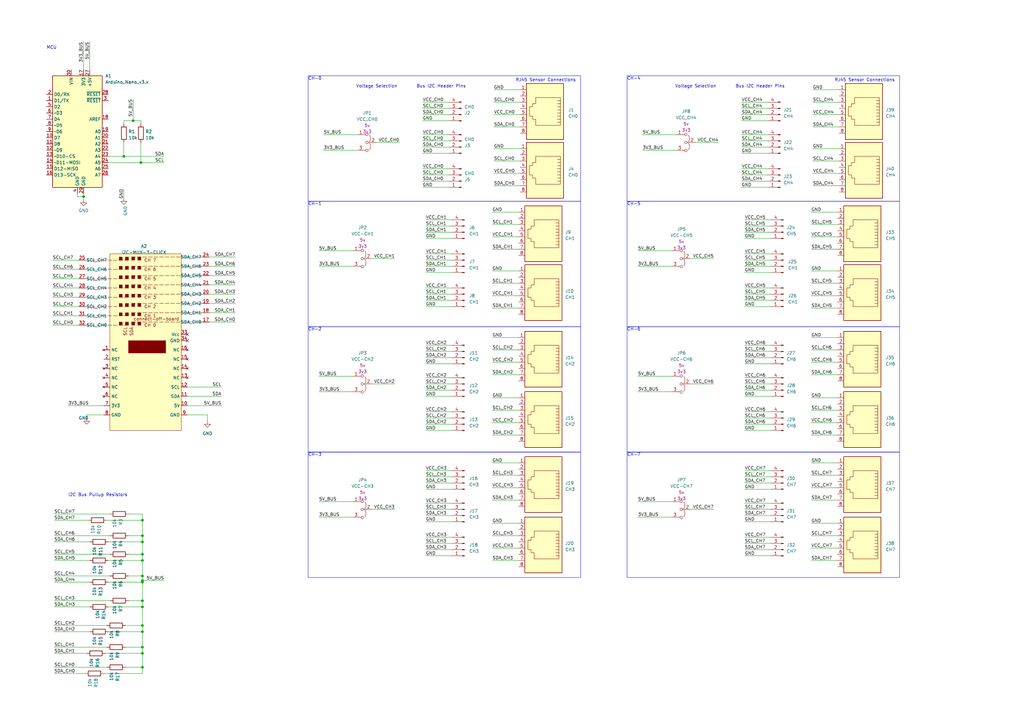
<source format=kicad_sch>
(kicad_sch (version 20230121) (generator eeschema)
  (paper "A3")
  (junction (at 58.42 273.685))
  (junction (at 58.42 229.87))
  (junction (at 58.42 219.71))
  (junction (at 57.785 66.675))
  (junction (at 58.42 238.76))
  (junction (at 50.8 64.135))
  (junction (at 58.42 246.38))
  (junction (at 58.42 248.92))
  (junction (at 34.29 80.645))
  (junction (at 58.42 227.33))
  (junction (at 58.42 267.97))
  (junction (at 58.42 259.08))
  (junction (at 58.42 238.125))
  (junction (at 54.61 49.53))
  (junction (at 58.42 256.54))
  (junction (at 58.42 222.25))
  (junction (at 58.42 213.36))
  (junction (at 58.42 236.22))
  (junction (at 58.42 265.43))
  (no_connect (at 76.835 137.16))
  (no_connect (at 76.835 139.7))
  (wire (pts (xy 76.835 170.18) (xy 85.09 170.18)))
  (wire (pts (xy 58.42 213.36) (xy 43.815 213.36)))
  (wire (pts (xy 202.565 71.12) (xy 213.36 71.12)))
  (wire (pts (xy 173.355 46.99) (xy 184.15 46.99)))
  (wire (pts (xy 58.42 238.76) (xy 58.42 238.125)))
  (wire (pts (xy 174.625 123.19) (xy 185.42 123.19)))
  (wire (pts (xy 305.435 95.25) (xy 316.23 95.25)))
  (wire (pts (xy 58.42 259.08) (xy 58.42 265.43)))
  (wire (pts (xy 201.93 229.87) (xy 212.725 229.87)))
  (wire (pts (xy 332.74 92.075) (xy 343.535 92.075)))
  (wire (pts (xy 58.42 246.38) (xy 52.705 246.38)))
  (wire (pts (xy 283.21 157.48) (xy 292.735 157.48)))
  (wire (pts (xy 305.435 118.11) (xy 316.23 118.11)))
  (wire (pts (xy 58.42 256.54) (xy 51.435 256.54)))
  (wire (pts (xy 173.355 55.245) (xy 184.15 55.245)))
  (wire (pts (xy 305.435 141.605) (xy 316.23 141.605)))
  (wire (pts (xy 22.225 246.38) (xy 45.085 246.38)))
  (wire (pts (xy 174.625 225.425) (xy 185.42 225.425)))
  (wire (pts (xy 202.565 52.07) (xy 213.36 52.07)))
  (wire (pts (xy 22.225 273.685) (xy 43.815 273.685)))
  (wire (pts (xy 304.165 41.91) (xy 314.96 41.91)))
  (wire (pts (xy 152.4 157.48) (xy 161.925 157.48)))
  (wire (pts (xy 22.225 276.225) (xy 34.925 276.225)))
  (wire (pts (xy 96.52 132.08) (xy 85.725 132.08)))
  (wire (pts (xy 333.375 46.99) (xy 344.17 46.99)))
  (wire (pts (xy 22.225 267.97) (xy 35.56 267.97)))
  (wire (pts (xy 305.435 92.71) (xy 316.23 92.71)))
  (wire (pts (xy 305.435 168.91) (xy 316.23 168.91)))
  (wire (pts (xy 58.42 259.08) (xy 44.45 259.08)))
  (wire (pts (xy 96.52 128.27) (xy 85.725 128.27)))
  (wire (pts (xy 174.625 90.17) (xy 185.42 90.17)))
  (wire (pts (xy 90.805 166.37) (xy 76.835 166.37)))
  (wire (pts (xy 31.75 80.645) (xy 34.29 80.645)))
  (wire (pts (xy 174.625 213.995) (xy 185.42 213.995)))
  (wire (pts (xy 152.4 208.915) (xy 161.925 208.915)))
  (wire (pts (xy 332.74 97.155) (xy 343.535 97.155)))
  (wire (pts (xy 96.52 116.84) (xy 85.725 116.84)))
  (wire (pts (xy 22.225 213.36) (xy 36.195 213.36)))
  (wire (pts (xy 332.74 224.79) (xy 343.535 224.79)))
  (wire (pts (xy 35.56 170.18) (xy 35.56 171.45)))
  (wire (pts (xy 173.355 71.755) (xy 184.15 71.755)))
  (wire (pts (xy 332.74 189.865) (xy 343.535 189.865)))
  (wire (pts (xy 174.625 141.605) (xy 185.42 141.605)))
  (wire (pts (xy 332.74 163.195) (xy 343.535 163.195)))
  (wire (pts (xy 44.45 64.135) (xy 50.8 64.135)))
  (wire (pts (xy 96.52 113.03) (xy 85.725 113.03)))
  (wire (pts (xy 201.93 224.79) (xy 212.725 224.79)))
  (wire (pts (xy 332.74 143.51) (xy 343.535 143.51)))
  (wire (pts (xy 21.59 118.11) (xy 32.385 118.11)))
  (wire (pts (xy 261.62 102.87) (xy 275.59 102.87)))
  (wire (pts (xy 304.165 76.835) (xy 314.96 76.835)))
  (wire (pts (xy 285.115 58.42) (xy 294.64 58.42)))
  (wire (pts (xy 202.565 46.99) (xy 213.36 46.99)))
  (wire (pts (xy 22.225 227.33) (xy 45.085 227.33)))
  (wire (pts (xy 304.165 57.785) (xy 314.96 57.785)))
  (wire (pts (xy 58.42 259.08) (xy 58.42 256.54)))
  (wire (pts (xy 174.625 171.45) (xy 185.42 171.45)))
  (wire (pts (xy 201.93 194.945) (xy 212.725 194.945)))
  (wire (pts (xy 57.785 49.53) (xy 57.785 50.8)))
  (wire (pts (xy 201.93 86.995) (xy 212.725 86.995)))
  (wire (pts (xy 96.52 120.65) (xy 85.725 120.65)))
  (wire (pts (xy 332.74 153.67) (xy 343.535 153.67)))
  (wire (pts (xy 174.625 208.915) (xy 185.42 208.915)))
  (wire (pts (xy 201.93 153.67) (xy 212.725 153.67)))
  (wire (pts (xy 332.74 116.205) (xy 343.535 116.205)))
  (wire (pts (xy 21.59 114.3) (xy 32.385 114.3)))
  (wire (pts (xy 263.525 61.595) (xy 277.495 61.595)))
  (wire (pts (xy 174.625 157.48) (xy 185.42 157.48)))
  (wire (pts (xy 22.225 210.82) (xy 45.085 210.82)))
  (wire (pts (xy 305.435 146.685) (xy 316.23 146.685)))
  (wire (pts (xy 174.625 160.02) (xy 185.42 160.02)))
  (wire (pts (xy 174.625 95.25) (xy 185.42 95.25)))
  (wire (pts (xy 21.59 110.49) (xy 32.385 110.49)))
  (wire (pts (xy 305.435 157.48) (xy 316.23 157.48)))
  (wire (pts (xy 173.355 60.325) (xy 184.15 60.325)))
  (wire (pts (xy 261.62 154.305) (xy 275.59 154.305)))
  (wire (pts (xy 58.42 267.97) (xy 58.42 273.685)))
  (wire (pts (xy 333.375 52.07) (xy 344.17 52.07)))
  (wire (pts (xy 305.435 106.68) (xy 316.23 106.68)))
  (wire (pts (xy 305.435 176.53) (xy 316.23 176.53)))
  (wire (pts (xy 305.435 211.455) (xy 316.23 211.455)))
  (wire (pts (xy 57.785 58.42) (xy 57.785 66.675)))
  (wire (pts (xy 174.625 104.14) (xy 185.42 104.14)))
  (wire (pts (xy 152.4 106.045) (xy 161.925 106.045)))
  (wire (pts (xy 58.42 267.97) (xy 43.18 267.97)))
  (wire (pts (xy 173.355 57.785) (xy 184.15 57.785)))
  (wire (pts (xy 58.42 273.685) (xy 58.42 276.225)))
  (wire (pts (xy 58.42 246.38) (xy 58.42 248.92)))
  (wire (pts (xy 332.74 229.87) (xy 343.535 229.87)))
  (wire (pts (xy 305.435 160.02) (xy 316.23 160.02)))
  (wire (pts (xy 305.435 208.915) (xy 316.23 208.915)))
  (wire (pts (xy 261.62 205.74) (xy 275.59 205.74)))
  (wire (pts (xy 305.435 104.14) (xy 316.23 104.14)))
  (wire (pts (xy 201.93 148.59) (xy 212.725 148.59)))
  (wire (pts (xy 305.435 225.425) (xy 316.23 225.425)))
  (wire (pts (xy 58.42 229.87) (xy 58.42 236.22)))
  (wire (pts (xy 174.625 106.68) (xy 185.42 106.68)))
  (wire (pts (xy 174.625 144.145) (xy 185.42 144.145)))
  (wire (pts (xy 201.93 219.71) (xy 212.725 219.71)))
  (wire (pts (xy 305.435 173.99) (xy 316.23 173.99)))
  (wire (pts (xy 304.165 44.45) (xy 314.96 44.45)))
  (wire (pts (xy 332.74 173.355) (xy 343.535 173.355)))
  (wire (pts (xy 202.565 36.83) (xy 213.36 36.83)))
  (wire (pts (xy 201.93 168.275) (xy 212.725 168.275)))
  (wire (pts (xy 21.59 133.35) (xy 32.385 133.35)))
  (wire (pts (xy 22.225 229.87) (xy 36.83 229.87)))
  (wire (pts (xy 305.435 193.04) (xy 316.23 193.04)))
  (wire (pts (xy 305.435 222.885) (xy 316.23 222.885)))
  (wire (pts (xy 44.45 66.675) (xy 57.785 66.675)))
  (wire (pts (xy 50.8 64.135) (xy 67.31 64.135)))
  (wire (pts (xy 51.435 273.685) (xy 58.42 273.685)))
  (wire (pts (xy 333.375 76.2) (xy 344.17 76.2)))
  (wire (pts (xy 130.81 212.09) (xy 144.78 212.09)))
  (wire (pts (xy 305.435 97.79) (xy 316.23 97.79)))
  (wire (pts (xy 31.75 79.375) (xy 31.75 80.645)))
  (wire (pts (xy 50.8 49.53) (xy 50.8 50.8)))
  (wire (pts (xy 58.42 238.76) (xy 58.42 246.38)))
  (wire (pts (xy 332.74 168.275) (xy 343.535 168.275)))
  (wire (pts (xy 333.375 41.91) (xy 344.17 41.91)))
  (wire (pts (xy 305.435 171.45) (xy 316.23 171.45)))
  (wire (pts (xy 174.625 222.885) (xy 185.42 222.885)))
  (wire (pts (xy 305.435 206.375) (xy 316.23 206.375)))
  (wire (pts (xy 202.565 60.96) (xy 213.36 60.96)))
  (wire (pts (xy 332.74 205.105) (xy 343.535 205.105)))
  (wire (pts (xy 34.29 79.375) (xy 34.29 80.645)))
  (wire (pts (xy 58.42 248.92) (xy 44.45 248.92)))
  (wire (pts (xy 332.74 126.365) (xy 343.535 126.365)))
  (wire (pts (xy 58.42 229.87) (xy 44.45 229.87)))
  (wire (pts (xy 283.21 208.915) (xy 292.735 208.915)))
  (wire (pts (xy 35.56 170.18) (xy 42.545 170.18)))
  (wire (pts (xy 201.93 126.365) (xy 212.725 126.365)))
  (wire (pts (xy 130.81 102.87) (xy 144.78 102.87)))
  (wire (pts (xy 305.435 227.965) (xy 316.23 227.965)))
  (wire (pts (xy 34.29 80.645) (xy 34.29 81.915)))
  (wire (pts (xy 201.93 111.125) (xy 212.725 111.125)))
  (wire (pts (xy 58.42 222.25) (xy 44.45 222.25)))
  (wire (pts (xy 130.81 109.22) (xy 144.78 109.22)))
  (wire (pts (xy 173.355 74.295) (xy 184.15 74.295)))
  (wire (pts (xy 304.165 69.215) (xy 314.96 69.215)))
  (wire (pts (xy 332.74 200.025) (xy 343.535 200.025)))
  (wire (pts (xy 52.705 219.71) (xy 58.42 219.71)))
  (wire (pts (xy 201.93 102.235) (xy 212.725 102.235)))
  (wire (pts (xy 58.42 238.125) (xy 58.42 236.22)))
  (wire (pts (xy 201.93 97.155) (xy 212.725 97.155)))
  (wire (pts (xy 36.83 17.145) (xy 36.83 28.575)))
  (wire (pts (xy 58.42 276.225) (xy 42.545 276.225)))
  (wire (pts (xy 50.8 81.28) (xy 50.8 77.47)))
  (wire (pts (xy 201.93 178.435) (xy 212.725 178.435)))
  (wire (pts (xy 174.625 118.11) (xy 185.42 118.11)))
  (wire (pts (xy 85.09 170.18) (xy 85.09 172.72)))
  (wire (pts (xy 76.835 162.56) (xy 90.805 162.56)))
  (wire (pts (xy 174.625 146.685) (xy 185.42 146.685)))
  (wire (pts (xy 201.93 214.63) (xy 212.725 214.63)))
  (wire (pts (xy 132.715 61.595) (xy 146.685 61.595)))
  (wire (pts (xy 201.93 143.51) (xy 212.725 143.51)))
  (wire (pts (xy 21.59 129.54) (xy 32.385 129.54)))
  (wire (pts (xy 201.93 121.285) (xy 212.725 121.285)))
  (wire (pts (xy 174.625 92.71) (xy 185.42 92.71)))
  (wire (pts (xy 58.42 210.82) (xy 52.705 210.82)))
  (wire (pts (xy 58.42 238.76) (xy 44.45 238.76)))
  (wire (pts (xy 332.74 214.63) (xy 343.535 214.63)))
  (wire (pts (xy 333.375 66.04) (xy 344.17 66.04)))
  (wire (pts (xy 58.42 265.43) (xy 51.435 265.43)))
  (wire (pts (xy 22.225 256.54) (xy 43.815 256.54)))
  (wire (pts (xy 173.355 41.91) (xy 184.15 41.91)))
  (wire (pts (xy 201.93 92.075) (xy 212.725 92.075)))
  (wire (pts (xy 174.625 97.79) (xy 185.42 97.79)))
  (wire (pts (xy 201.93 138.43) (xy 212.725 138.43)))
  (wire (pts (xy 96.52 124.46) (xy 85.725 124.46)))
  (wire (pts (xy 22.225 259.08) (xy 36.83 259.08)))
  (wire (pts (xy 22.225 248.92) (xy 36.83 248.92)))
  (wire (pts (xy 305.435 123.19) (xy 316.23 123.19)))
  (wire (pts (xy 174.625 220.345) (xy 185.42 220.345)))
  (wire (pts (xy 304.165 49.53) (xy 314.96 49.53)))
  (wire (pts (xy 332.74 102.235) (xy 343.535 102.235)))
  (wire (pts (xy 173.355 69.215) (xy 184.15 69.215)))
  (wire (pts (xy 67.31 238.125) (xy 58.42 238.125)))
  (wire (pts (xy 50.8 58.42) (xy 50.8 64.135)))
  (wire (pts (xy 332.74 138.43) (xy 343.535 138.43)))
  (wire (pts (xy 174.625 193.04) (xy 185.42 193.04)))
  (wire (pts (xy 173.355 49.53) (xy 184.15 49.53)))
  (wire (pts (xy 201.93 163.195) (xy 212.725 163.195)))
  (wire (pts (xy 332.74 111.125) (xy 343.535 111.125)))
  (wire (pts (xy 58.42 222.25) (xy 58.42 227.33)))
  (wire (pts (xy 173.355 44.45) (xy 184.15 44.45)))
  (wire (pts (xy 174.625 154.94) (xy 185.42 154.94)))
  (wire (pts (xy 174.625 168.91) (xy 185.42 168.91)))
  (wire (pts (xy 22.225 238.76) (xy 36.83 238.76)))
  (wire (pts (xy 305.435 144.145) (xy 316.23 144.145)))
  (wire (pts (xy 130.81 160.655) (xy 144.78 160.655)))
  (wire (pts (xy 174.625 149.225) (xy 185.42 149.225)))
  (wire (pts (xy 58.42 248.92) (xy 58.42 256.54)))
  (wire (pts (xy 261.62 160.655) (xy 275.59 160.655)))
  (wire (pts (xy 54.61 49.53) (xy 57.785 49.53)))
  (wire (pts (xy 304.165 46.99) (xy 314.96 46.99)))
  (wire (pts (xy 54.61 40.64) (xy 54.61 49.53)))
  (wire (pts (xy 304.165 74.295) (xy 314.96 74.295)))
  (wire (pts (xy 58.42 213.36) (xy 58.42 219.71)))
  (wire (pts (xy 201.93 200.025) (xy 212.725 200.025)))
  (wire (pts (xy 305.435 125.73) (xy 316.23 125.73)))
  (wire (pts (xy 57.785 66.675) (xy 67.31 66.675)))
  (wire (pts (xy 332.74 178.435) (xy 343.535 178.435)))
  (wire (pts (xy 130.81 205.74) (xy 144.78 205.74)))
  (wire (pts (xy 305.435 90.17) (xy 316.23 90.17)))
  (wire (pts (xy 305.435 120.65) (xy 316.23 120.65)))
  (wire (pts (xy 333.375 71.12) (xy 344.17 71.12)))
  (wire (pts (xy 305.435 200.66) (xy 316.23 200.66)))
  (wire (pts (xy 202.565 66.04) (xy 213.36 66.04)))
  (wire (pts (xy 333.375 36.83) (xy 344.17 36.83)))
  (wire (pts (xy 174.625 162.56) (xy 185.42 162.56)))
  (wire (pts (xy 21.59 125.73) (xy 32.385 125.73)))
  (wire (pts (xy 34.29 17.145) (xy 34.29 28.575)))
  (wire (pts (xy 201.93 173.355) (xy 212.725 173.355)))
  (wire (pts (xy 21.59 121.92) (xy 32.385 121.92)))
  (wire (pts (xy 305.435 149.225) (xy 316.23 149.225)))
  (wire (pts (xy 174.625 200.66) (xy 185.42 200.66)))
  (wire (pts (xy 332.74 194.945) (xy 343.535 194.945)))
  (wire (pts (xy 305.435 162.56) (xy 316.23 162.56)))
  (wire (pts (xy 27.94 166.37) (xy 42.545 166.37)))
  (wire (pts (xy 174.625 173.99) (xy 185.42 173.99)))
  (wire (pts (xy 305.435 154.94) (xy 316.23 154.94)))
  (wire (pts (xy 174.625 176.53) (xy 185.42 176.53)))
  (wire (pts (xy 304.165 55.245) (xy 314.96 55.245)))
  (wire (pts (xy 202.565 76.2) (xy 213.36 76.2)))
  (wire (pts (xy 58.42 227.33) (xy 52.705 227.33)))
  (wire (pts (xy 58.42 229.87) (xy 58.42 227.33)))
  (wire (pts (xy 22.225 265.43) (xy 43.815 265.43)))
  (wire (pts (xy 58.42 265.43) (xy 58.42 267.97)))
  (wire (pts (xy 174.625 125.73) (xy 185.42 125.73)))
  (wire (pts (xy 304.165 60.325) (xy 314.96 60.325)))
  (wire (pts (xy 21.59 106.68) (xy 32.385 106.68)))
  (wire (pts (xy 22.225 236.22) (xy 45.085 236.22)))
  (wire (pts (xy 58.42 210.82) (xy 58.42 213.36)))
  (wire (pts (xy 202.565 41.91) (xy 213.36 41.91)))
  (wire (pts (xy 174.625 195.58) (xy 185.42 195.58)))
  (wire (pts (xy 58.42 219.71) (xy 58.42 222.25)))
  (wire (pts (xy 305.435 198.12) (xy 316.23 198.12)))
  (wire (pts (xy 54.61 49.53) (xy 50.8 49.53)))
  (wire (pts (xy 305.435 195.58) (xy 316.23 195.58)))
  (wire (pts (xy 174.625 206.375) (xy 185.42 206.375)))
  (wire (pts (xy 201.93 205.105) (xy 212.725 205.105)))
  (wire (pts (xy 305.435 109.22) (xy 316.23 109.22)))
  (wire (pts (xy 130.81 154.305) (xy 144.78 154.305)))
  (wire (pts (xy 174.625 109.22) (xy 185.42 109.22)))
  (wire (pts (xy 174.625 211.455) (xy 185.42 211.455)))
  (wire (pts (xy 154.305 58.42) (xy 163.83 58.42)))
  (wire (pts (xy 174.625 227.965) (xy 185.42 227.965)))
  (wire (pts (xy 132.715 55.245) (xy 146.685 55.245)))
  (wire (pts (xy 76.835 158.75) (xy 90.805 158.75)))
  (wire (pts (xy 333.375 60.96) (xy 344.17 60.96)))
  (wire (pts (xy 304.165 62.865) (xy 314.96 62.865)))
  (wire (pts (xy 58.42 236.22) (xy 52.705 236.22)))
  (wire (pts (xy 201.93 189.865) (xy 212.725 189.865)))
  (wire (pts (xy 283.21 106.045) (xy 292.735 106.045)))
  (wire (pts (xy 332.74 121.285) (xy 343.535 121.285)))
  (wire (pts (xy 261.62 212.09) (xy 275.59 212.09)))
  (wire (pts (xy 174.625 120.65) (xy 185.42 120.65)))
  (wire (pts (xy 22.225 222.25) (xy 36.83 222.25)))
  (wire (pts (xy 174.625 111.76) (xy 185.42 111.76)))
  (wire (pts (xy 22.225 219.71) (xy 45.085 219.71)))
  (wire (pts (xy 174.625 198.12) (xy 185.42 198.12)))
  (wire (pts (xy 332.74 148.59) (xy 343.535 148.59)))
  (wire (pts (xy 173.355 76.835) (xy 184.15 76.835)))
  (wire (pts (xy 173.355 62.865) (xy 184.15 62.865)))
  (wire (pts (xy 261.62 109.22) (xy 275.59 109.22)))
  (wire (pts (xy 332.74 86.995) (xy 343.535 86.995)))
  (wire (pts (xy 305.435 213.995) (xy 316.23 213.995)))
  (wire (pts (xy 332.74 219.71) (xy 343.535 219.71)))
  (wire (pts (xy 305.435 111.76) (xy 316.23 111.76)))
  (wire (pts (xy 201.93 116.205) (xy 212.725 116.205)))
  (wire (pts (xy 263.525 55.245) (xy 277.495 55.245)))
  (wire (pts (xy 304.165 71.755) (xy 314.96 71.755)))
  (wire (pts (xy 96.52 109.22) (xy 85.725 109.22)))
  (wire (pts (xy 305.435 220.345) (xy 316.23 220.345)))
  (wire (pts (xy 96.52 105.41) (xy 85.725 105.41)))
  (rectangle (start 126.365 31.115) (end 238.125 82.55))
  (rectangle (start 126.365 185.42) (end 238.125 236.855))
  (rectangle (start 257.175 185.42) (end 368.935 236.855))
  (rectangle (start 257.175 133.985) (end 368.935 185.42))
  (rectangle (start 126.365 133.985) (end 238.125 185.42))
  (rectangle (start 257.175 31.115) (end 368.935 82.55))
  (rectangle (start 126.365 82.55) (end 238.125 133.985))
  (rectangle (start 257.175 82.55) (end 368.935 133.985))
  (text "RJ45 Sensor Connections" (at 342.265 33.655 0) (effects (font (size 1.27 1.27)) (justify left bottom)))
  (text "CH-3" (at 126.365 187.325 0) (effects (font (size 1.27 1.27)) (justify left bottom)))
  (text "I2C Bus Pullup Resistors" (at 27.94 203.835 0) (effects (font (size 1.27 1.27)) (justify left bottom)))
  (text "Bus I2C Header Pins" (at 301.625 36.195 0) (effects (font (size 1.27 1.27)) (justify left bottom)))
  (text "CH-2" (at 126.365 135.89 0) (effects (font (size 1.27 1.27)) (justify left bottom)))
  (text "Voltage Selection" (at 146.05 36.195 0) (effects (font (size 1.27 1.27)) (justify left bottom)))
  (text "Bus I2C Header Pins" (at 170.815 36.195 0) (effects (font (size 1.27 1.27)) (justify left bottom)))
  (text "CH-7" (at 257.175 187.325 0) (effects (font (size 1.27 1.27)) (justify left bottom)))
  (text "MCU" (at 19.05 20.32 0) (effects (font (size 1.27 1.27)) (justify left bottom)))
  (text "CH-1" (at 126.365 84.455 0) (effects (font (size 1.27 1.27)) (justify left bottom)))
  (text "CH-6" (at 257.175 135.89 0) (effects (font (size 1.27 1.27)) (justify left bottom)))
  (text "CH-4" (at 257.175 33.02 0) (effects (font (size 1.27 1.27)) (justify left bottom)))
  (text "Voltage Selection" (at 276.86 36.195 0) (effects (font (size 1.27 1.27)) (justify left bottom)))
  (text "RJ45 Sensor Connections" (at 211.455 33.655 0) (effects (font (size 1.27 1.27)) (justify left bottom)))
  (text "CH-0" (at 126.365 33.02 0) (effects (font (size 1.27 1.27)) (justify left bottom)))
  (text "CH-5" (at 257.175 84.455 0) (effects (font (size 1.27 1.27)) (justify left bottom)))
  (label "GND" (at 173.355 76.835 0))
  (label "GND" (at 305.435 162.56 0))
  (label "VCC_CH4" (at 304.165 55.245 0))
  (label "SCL_CH3" (at 201.93 194.945 0))
  (label "VCC_CH2" (at 174.625 168.91 0))
  (label "SCL_CH4" (at 333.375 41.91 0))
  (label "SCL_CH5" (at 305.435 120.65 0))
  (label "SCL_CH1" (at 21.59 129.54 0))
  (label "3V3_BUS" (at 130.81 160.655 0))
  (label "GND" (at 201.93 189.865 0))
  (label "GND" (at 333.375 36.83 0))
  (label "3V3_BUS" (at 130.81 212.09 0))
  (label "SDA_CH3" (at 201.93 205.105 0))
  (label "VCC_CH7" (at 305.435 220.345 0))
  (label "GND" (at 305.435 227.965 0))
  (label "VCC_CH1" (at 161.925 106.045 180))
  (label "3V3_BUS" (at 27.94 166.37 0))
  (label "5V_BUS" (at 130.81 102.87 0))
  (label "3V3_BUS" (at 261.62 212.09 0))
  (label "SCL_CH7" (at 332.74 194.945 0))
  (label "SDA_CH4" (at 333.375 52.07 0))
  (label "VCC_CH1" (at 201.93 97.155 0))
  (label "SDA_CH4" (at 333.375 76.2 0))
  (label "SDA_CH1" (at 22.225 267.97 0))
  (label "VCC_CH1" (at 201.93 121.285 0))
  (label "SCL_CH2" (at 21.59 125.73 0))
  (label "VCC_CH2" (at 201.93 148.59 0))
  (label "SDA_CH0" (at 202.565 76.2 0))
  (label "SCL_CH7" (at 305.435 208.915 0))
  (label "SDA_CH4" (at 304.165 60.325 0))
  (label "GND" (at 305.435 176.53 0))
  (label "SDA_CH4" (at 304.165 46.99 0))
  (label "VCC_CH7" (at 305.435 206.375 0))
  (label "SCL_CH5" (at 332.74 116.205 0))
  (label "SCL_CH1" (at 174.625 92.71 0))
  (label "SDA_CH6" (at 22.225 222.25 0))
  (label "SCL_CH2" (at 201.93 168.275 0))
  (label "SDA_CH0" (at 96.52 132.08 180))
  (label "SDA_CH4" (at 96.52 116.84 180))
  (label "SCL_CH1" (at 22.225 265.43 0))
  (label "GND" (at 202.565 60.96 0))
  (label "SCL_CH2" (at 174.625 157.48 0))
  (label "VCC_CH6" (at 305.435 141.605 0))
  (label "SDA_CH1" (at 174.625 95.25 0))
  (label "GND" (at 305.435 111.76 0))
  (label "SDA_CH5" (at 332.74 126.365 0))
  (label "SCL_CH4" (at 304.165 57.785 0))
  (label "SDA_CH7" (at 332.74 229.87 0))
  (label "GND" (at 304.165 62.865 0))
  (label "GND" (at 332.74 111.125 0))
  (label "SDA_CH0" (at 173.355 46.99 0))
  (label "SCL_CH1" (at 174.625 106.68 0))
  (label "SDA_CH6" (at 96.52 109.22 180))
  (label "VCC_CH3" (at 174.625 220.345 0))
  (label "5V_BUS" (at 263.525 55.245 0))
  (label "3V3_BUS" (at 132.715 61.595 0))
  (label "GND" (at 201.93 214.63 0))
  (label "SCL_CH3" (at 174.625 195.58 0))
  (label "VCC_CH3" (at 174.625 193.04 0))
  (label "GND" (at 332.74 86.995 0))
  (label "SCL_CH0" (at 173.355 44.45 0))
  (label "VCC_CH5" (at 305.435 104.14 0))
  (label "SCL_CH3" (at 201.93 219.71 0))
  (label "VCC_CH2" (at 201.93 173.355 0))
  (label "VCC_CH4" (at 304.165 41.91 0))
  (label "VCC_CH4" (at 304.165 69.215 0))
  (label "5V_BUS" (at 261.62 102.87 0))
  (label "VCC_CH6" (at 305.435 168.91 0))
  (label "GND" (at 202.565 36.83 0))
  (label "SCL_CH7" (at 22.225 210.82 0))
  (label "VCC_CH0" (at 173.355 55.245 0))
  (label "SCL_CH3" (at 174.625 208.915 0))
  (label "GND" (at 305.435 149.225 0))
  (label "SCL_CH4" (at 304.165 71.755 0))
  (label "SCL_CH6" (at 22.225 219.71 0))
  (label "GND" (at 305.435 200.66 0))
  (label "VCC_CH5" (at 332.74 97.155 0))
  (label "VCC_CH6" (at 332.74 173.355 0))
  (label "SDA_CH2" (at 201.93 153.67 0))
  (label "VCC_CH0" (at 163.83 58.42 180))
  (label "GND" (at 201.93 86.995 0))
  (label "SCL_CH1" (at 201.93 92.075 0))
  (label "GND" (at 332.74 189.865 0))
  (label "GND" (at 174.625 200.66 0))
  (label "SCL_CH6" (at 305.435 171.45 0))
  (label "SDA_CH4" (at 22.225 238.76 0))
  (label "GND" (at 201.93 111.125 0))
  (label "3V3_BUS" (at 34.29 17.145 270))
  (label "SCL_CH4" (at 21.59 118.11 0))
  (label "GND" (at 174.625 111.76 0))
  (label "SDA_CH5" (at 22.225 229.87 0))
  (label "SDA_CH7" (at 305.435 198.12 0))
  (label "GND" (at 332.74 214.63 0))
  (label "SCL_CH6" (at 21.59 110.49 0))
  (label "SDA_CH1" (at 174.625 109.22 0))
  (label "SDA_CH5" (at 305.435 123.19 0))
  (label "3V3_BUS" (at 261.62 109.22 0))
  (label "SDA_CH1" (at 174.625 123.19 0))
  (label "VCC_CH7" (at 332.74 224.79 0))
  (label "SDA_CH1" (at 201.93 126.365 0))
  (label "SCL_CH4" (at 333.375 66.04 0))
  (label "SCL_CH4" (at 304.165 44.45 0))
  (label "VCC_CH3" (at 174.625 206.375 0))
  (label "SCL_CH7" (at 332.74 219.71 0))
  (label "5V_BUS" (at 130.81 154.305 0))
  (label "VCC_CH3" (at 201.93 224.79 0))
  (label "VCC_CH0" (at 202.565 71.12 0))
  (label "SCL_CH7" (at 305.435 222.885 0))
  (label "VCC_CH2" (at 161.925 157.48 180))
  (label "GND" (at 304.165 49.53 0))
  (label "GND" (at 332.74 138.43 0))
  (label "GND" (at 174.625 227.965 0))
  (label "SCL_CH6" (at 305.435 157.48 0))
  (label "VCC_CH0" (at 202.565 46.99 0))
  (label "SDA_CH3" (at 22.225 248.92 0))
  (label "SDA_CH0" (at 173.355 74.295 0))
  (label "SDA_CH3" (at 174.625 198.12 0))
  (label "SDA_CH6" (at 305.435 146.685 0))
  (label "SCL_CH3" (at 21.59 121.92 0))
  (label "GND" (at 305.435 213.995 0))
  (label "SDA_CH6" (at 332.74 153.67 0))
  (label "SCL_CH0" (at 22.225 273.685 0))
  (label "SDA_CH6" (at 332.74 178.435 0))
  (label "SCL_CH2" (at 22.225 256.54 0))
  (label "GND" (at 201.93 138.43 0))
  (label "VCC_CH0" (at 173.355 41.91 0))
  (label "VCC_CH5" (at 292.735 106.045 180))
  (label "VCC_CH2" (at 174.625 154.94 0))
  (label "VCC_CH1" (at 174.625 118.11 0))
  (label "GND" (at 174.625 176.53 0))
  (label "GND" (at 50.8 77.47 270))
  (label "SDA_CH7" (at 305.435 225.425 0))
  (label "SCL_CH7" (at 305.435 195.58 0))
  (label "5V_BUS" (at 261.62 154.305 0))
  (label "VCC_CH3" (at 201.93 200.025 0))
  (label "SDA" (at 67.31 64.135 180))
  (label "SDA_CH0" (at 173.355 60.325 0))
  (label "SCL_CH5" (at 21.59 114.3 0))
  (label "SDA_CH2" (at 201.93 178.435 0))
  (label "SDA_CH5" (at 305.435 95.25 0))
  (label "SDA_CH3" (at 96.52 120.65 180))
  (label "GND" (at 332.74 163.195 0))
  (label "VCC_CH7" (at 305.435 193.04 0))
  (label "SCL_CH0" (at 202.565 41.91 0))
  (label "GND" (at 201.93 163.195 0))
  (label "5V_BUS" (at 36.83 17.145 270))
  (label "5V_BUS" (at 130.81 205.74 0))
  (label "3V3_BUS" (at 130.81 109.22 0))
  (label "GND" (at 174.625 149.225 0))
  (label "VCC_CH7" (at 332.74 200.025 0))
  (label "SDA" (at 90.805 162.56 180))
  (label "5V_BUS" (at 67.31 238.125 180))
  (label "SDA_CH7" (at 305.435 211.455 0))
  (label "GND" (at 174.625 213.995 0))
  (label "SCL" (at 67.31 66.675 180))
  (label "VCC_CH5" (at 305.435 90.17 0))
  (label "GND" (at 174.625 97.79 0))
  (label "SCL_CH0" (at 173.355 71.755 0))
  (label "SDA_CH5" (at 305.435 109.22 0))
  (label "VCC_CH6" (at 332.74 148.59 0))
  (label "5V_BUS" (at 261.62 205.74 0))
  (label "GND" (at 304.165 76.835 0))
  (label "5V_BUS" (at 132.715 55.245 0))
  (label "5V_BUS" (at 90.805 166.37 180))
  (label "SCL_CH0" (at 202.565 66.04 0))
  (label "GND" (at 333.375 60.96 0))
  (label "VCC_CH1" (at 174.625 90.17 0))
  (label "SDA_CH2" (at 174.625 173.99 0))
  (label "SCL_CH2" (at 201.93 143.51 0))
  (label "GND" (at 174.625 125.73 0))
  (label "VCC_CH6" (at 292.735 157.48 180))
  (label "SCL_CH5" (at 332.74 92.075 0))
  (label "SDA_CH0" (at 22.225 276.225 0))
  (label "SCL_CH6" (at 332.74 168.275 0))
  (label "VCC_CH2" (at 174.625 141.605 0))
  (label "SCL_CH2" (at 174.625 144.145 0))
  (label "SDA_CH2" (at 174.625 160.02 0))
  (label "SDA_CH2" (at 174.625 146.685 0))
  (label "GND" (at 305.435 97.79 0))
  (label "VCC_CH3" (at 161.925 208.915 180))
  (label "SDA_CH7" (at 96.52 105.41 180))
  (label "SDA_CH2" (at 22.225 259.08 0))
  (label "SDA_CH4" (at 304.165 74.295 0))
  (label "GND" (at 305.435 125.73 0))
  (label "SDA_CH2" (at 96.52 124.46 180))
  (label "VCC_CH7" (at 292.735 208.915 180))
  (label "SCL_CH3" (at 22.225 246.38 0))
  (label "SDA_CH3" (at 201.93 229.87 0))
  (label "SDA_CH7" (at 22.225 213.36 0))
  (label "SCL_CH5" (at 305.435 92.71 0))
  (label "VCC_CH6" (at 305.435 154.94 0))
  (label "SCL" (at 90.805 158.75 180))
  (label "SDA_CH1" (at 201.93 102.235 0))
  (label "VCC_CH0" (at 173.355 69.215 0))
  (label "VCC_CH5" (at 305.435 118.11 0))
  (label "SDA_CH3" (at 174.625 211.455 0))
  (label "VCC_CH4" (at 333.375 71.12 0))
  (label "SCL_CH5" (at 305.435 106.68 0))
  (label "SDA_CH1" (at 96.52 128.27 180))
  (label "SCL_CH1" (at 201.93 116.205 0))
  (label "SCL_CH1" (at 174.625 120.65 0))
  (label "SCL_CH5" (at 22.225 227.33 0))
  (label "SCL_CH2" (at 174.625 171.45 0))
  (label "SDA_CH5" (at 332.74 102.235 0))
  (label "SDA_CH6" (at 305.435 173.99 0))
  (label "GND" (at 173.355 49.53 0))
  (label "SDA_CH5" (at 96.52 113.03 180))
  (label "GND" (at 173.355 62.865 0))
  (label "VCC_CH1" (at 174.625 104.14 0))
  (label "VCC_CH4" (at 294.64 58.42 180))
  (label "SCL_CH3" (at 174.625 222.885 0))
  (label "SCL_CH7" (at 21.59 106.68 0))
  (label "SDA_CH7" (at 332.74 205.105 0))
  (label "SCL_CH6" (at 305.435 144.145 0))
  (label "SCL_CH0" (at 21.59 133.35 0))
  (label "GND" (at 174.625 162.56 0))
  (label "SDA_CH6" (at 305.435 160.02 0))
  (label "SCL_CH0" (at 173.355 57.785 0))
  (label "SDA_CH0" (at 202.565 52.07 0))
  (label "SCL_CH4" (at 22.225 236.22 0))
  (label "VCC_CH4" (at 333.375 46.99 0))
  (label "SCL_CH6" (at 332.74 143.51 0))
  (label "VCC_CH5" (at 332.74 121.285 0))
  (label "3V3_BUS" (at 263.525 61.595 0))
  (label "3V3_BUS" (at 261.62 160.655 0))
  (label "5V_BUS" (at 54.61 40.64 270))
  (label "SDA_CH3" (at 174.625 225.425 0))
  (symbol (lib_id "000_Resistors_Immo:10k") (at 40.64 238.76 0) (unit 1)
    (property "Reference" "R13" (at 41.275 240.665 90) (effects (justify right)))
    (property "Value" "10k" (at 38.735 240.665 90) (effects (justify right)))
    (property "Footprint" "Resistor_SMD:R_0805_2012Metric_Pad1.20x1.40mm_HandSolder" (effects hide))
    (property "JLCpart" "C2930231" (effects hide))
    (property "Cost" "0.002" (effects hide))
  )
  (symbol (lib_id "Connector:RJ45") (at 354.33 68.58 180) (unit 1)
    (property "Reference" "J40" (at 363.22 69.215 0) (effects (justify right)))
    (property "Value" "CH4" (at 363.22 71.755 0) (effects (justify right)))
    (property "Footprint" "Connector_RJ:RJ45_OST_PJ012-8P8CX_Vertical" (effects hide))
  )
  (symbol (lib_id "000_Resistors_Immo:10k") (at 38.735 276.225 0) (unit 1)
    (property "Reference" "R18" (at 39.37 278.13 90) (effects (justify right)))
    (property "Value" "10k" (at 36.83 278.13 90) (effects (justify right)))
    (property "Footprint" "Resistor_SMD:R_0805_2012Metric_Pad1.20x1.40mm_HandSolder" (effects hide))
    (property "JLCpart" "C2930231" (effects hide))
    (property "Cost" "0.002" (effects hide))
  )
  (symbol (lib_id "000_Pin_Headers_Immo:Conn_01x04_Male") (at 189.23 46.99 180) (unit 1)
    (property "Reference" "J2" (at 190.5 46.355 0) (effects (justify right)))
    (property "Value" "CH0" (at 190.5 43.815 0) (effects (justify right)))
    (property "Footprint" "Connector_PinHeader_2.54mm:PinHeader_1x04_P2.54mm_Vertical" (effects hide))
  )
  (symbol (lib_id "power:GND") (at 35.56 171.45 0) (unit 1)
    (property "Reference" "#PWR02" (effects hide))
    (property "Value" "GND" (at 34.29 171.45 0))
  )
  (symbol (lib_id "Connector:RJ45") (at 222.885 170.815 180) (unit 1)
    (property "Reference" "J15" (at 231.775 171.45 0) (effects (justify right)))
    (property "Value" "CH2" (at 231.775 173.99 0) (effects (justify right)))
    (property "Footprint" "Connector_RJ:RJ45_OST_PJ012-8P8CX_Vertical" (effects hide))
  )
  (symbol (lib_id "000_MCU_microcontrollers_Immo:Arduino_Nano_v3.x") (at 31.75 53.975 0) (unit 1)
    (property "Reference" "A1" (at 43.18 31.115 0) (effects (justify left)))
    (property "Value" "Arduino_Nano_v3.x" (at 43.18 33.655 0) (effects (justify left)))
    (property "Footprint" "Module:Arduino_Nano" (effects hide))
    (property "Datasheet" "http://www.mouser.com/pdfdocs/Gravitech_Arduino_Nano3_0.pdf" (effects hide))
  )
  (symbol (lib_id "000_Pin_Headers_Immo:Conn_01x04_Male") (at 189.23 74.295 180) (unit 1)
    (property "Reference" "J5" (at 190.5 73.66 0) (effects (justify right)))
    (property "Value" "CH0" (at 190.5 71.12 0) (effects (justify right)))
    (property "Footprint" "Connector_PinHeader_2.54mm:PinHeader_1x04_P2.54mm_Vertical" (effects hide))
  )
  (symbol (lib_id "Connector:RJ45") (at 353.695 222.25 180) (unit 1)
    (property "Reference" "J38" (at 363.22 222.885 0) (effects (justify right)))
    (property "Value" "CH7" (at 363.22 225.425 0) (effects (justify right)))
    (property "Footprint" "Connector_RJ:RJ45_OST_PJ012-8P8CX_Vertical" (effects hide))
  )
  (symbol (lib_id "000-jumpers-immo:Jumper_3_Open3") (at 148.59 157.48 270) (unit 1) (in_bom no)
    (property "Reference" "JP3" (at 148.7046 144.78 90))
    (property "Value" "VCC-CH2" (at 148.7046 147.32 90))
    (property "Footprint" "000-jumpers-immo:SolderJumper-3-open-high-power" (effects hide))
    (property "PIN_1" "5v" (at 148.7046 149.86 90))
    (property "PIN_3" "3v3" (at 148.7046 152.4 90))
  )
  (symbol (lib_id "000_Resistors_Immo:10k") (at 50.8 54.61 90) (unit 1)
    (property "Reference" "R1" (at 52.705 53.975 90) (effects (justify right)))
    (property "Value" "10k" (at 52.705 56.515 90) (effects (justify right)))
    (property "Footprint" "Resistor_SMD:R_0805_2012Metric_Pad1.20x1.40mm_HandSolder" (effects hide))
    (property "JLCpart" "C2930231" (effects hide))
    (property "Cost" "0.002" (effects hide))
  )
  (symbol (lib_id "000_Resistors_Immo:10k") (at 48.895 227.33 0) (unit 1)
    (property "Reference" "R5" (at 49.53 229.235 90) (effects (justify right)))
    (property "Value" "10k" (at 46.99 229.235 90) (effects (justify right)))
    (property "Footprint" "Resistor_SMD:R_0805_2012Metric_Pad1.20x1.40mm_HandSolder" (effects hide))
    (property "JLCpart" "C2930231" (effects hide))
    (property "Cost" "0.002" (effects hide))
  )
  (symbol (lib_id "000_Resistors_Immo:10k") (at 48.895 210.82 0) (unit 1)
    (property "Reference" "R3" (at 49.53 212.725 90) (effects (justify right)))
    (property "Value" "10k" (at 46.99 212.725 90) (effects (justify right)))
    (property "Footprint" "Resistor_SMD:R_0805_2012Metric_Pad1.20x1.40mm_HandSolder" (effects hide))
    (property "JLCpart" "C2930231" (effects hide))
    (property "Cost" "0.002" (effects hide))
  )
  (symbol (lib_id "000_Pin_Headers_Immo:Conn_01x04_Male") (at 190.5 95.25 180) (unit 1)
    (property "Reference" "J6" (at 192.405 93.345 0) (effects (justify right)))
    (property "Value" "CH1" (at 192.405 95.885 0) (effects (justify right)))
    (property "Footprint" "Connector_PinHeader_2.54mm:PinHeader_1x04_P2.54mm_Vertical" (effects hide))
  )
  (symbol (lib_id "Connector:RJ45") (at 222.885 118.745 180) (unit 1)
    (property "Reference" "J10" (at 231.775 119.38 0) (effects (justify right)))
    (property "Value" "CH1" (at 231.775 121.92 0) (effects (justify right)))
    (property "Footprint" "Connector_RJ:RJ45_OST_PJ012-8P8CX_Vertical" (effects hide))
  )
  (symbol (lib_id "000-jumpers-immo:Jumper_3_Open3") (at 279.4 106.045 270) (unit 1) (in_bom no)
    (property "Reference" "JP5" (at 279.5146 93.98 90))
    (property "Value" "VCC-CH5" (at 279.5146 96.52 90))
    (property "Footprint" "000-jumpers-immo:SolderJumper-3-open-high-power" (effects hide))
    (property "PIN_1" "5v" (at 279.5146 99.06 90))
    (property "PIN_3" "3v3" (at 279.5146 101.6 90))
  )
  (symbol (lib_id "000_Pin_Headers_Immo:Conn_01x04_Male") (at 321.31 173.99 180) (unit 1)
    (property "Reference" "J29" (at 322.58 172.085 0) (effects (justify right)))
    (property "Value" "CH6" (at 322.58 174.625 0) (effects (justify right)))
    (property "Footprint" "Connector_PinHeader_2.54mm:PinHeader_1x04_P2.54mm_Vertical" (effects hide))
  )
  (symbol (lib_id "000_Resistors_Immo:10k") (at 40.64 222.25 0) (unit 1)
    (property "Reference" "R11" (at 41.275 224.155 90) (effects (justify right)))
    (property "Value" "10k" (at 38.735 224.155 90) (effects (justify right)))
    (property "Footprint" "Resistor_SMD:R_0805_2012Metric_Pad1.20x1.40mm_HandSolder" (effects hide))
    (property "JLCpart" "C2930231" (effects hide))
    (property "Cost" "0.002" (effects hide))
  )
  (symbol (lib_id "000_Pin_Headers_Immo:Conn_01x04_Male") (at 190.5 160.02 180) (unit 1)
    (property "Reference" "J12" (at 192.405 158.115 0) (effects (justify right)))
    (property "Value" "CH2" (at 192.405 160.655 0) (effects (justify right)))
    (property "Footprint" "Connector_PinHeader_2.54mm:PinHeader_1x04_P2.54mm_Vertical" (effects hide))
  )
  (symbol (lib_id "000_Resistors_Immo:10k") (at 40.64 259.08 0) (unit 1)
    (property "Reference" "R15" (at 41.275 260.985 90) (effects (justify right)))
    (property "Value" "10k" (at 38.735 260.985 90) (effects (justify right)))
    (property "Footprint" "Resistor_SMD:R_0805_2012Metric_Pad1.20x1.40mm_HandSolder" (effects hide))
    (property "JLCpart" "C2930231" (effects hide))
    (property "Cost" "0.002" (effects hide))
  )
  (symbol (lib_id "000_Pin_Headers_Immo:Conn_01x04_Male") (at 189.23 60.325 180) (unit 1)
    (property "Reference" "J3" (at 190.5 59.69 0) (effects (justify right)))
    (property "Value" "CH0" (at 190.5 57.15 0) (effects (justify right)))
    (property "Footprint" "Connector_PinHeader_2.54mm:PinHeader_1x04_P2.54mm_Vertical" (effects hide))
  )
  (symbol (lib_id "000-jumpers-immo:Jumper_3_Open3") (at 279.4 208.915 270) (unit 1) (in_bom no)
    (property "Reference" "JP7" (at 279.5146 196.85 90))
    (property "Value" "VCC-CH7" (at 279.5146 199.39 90))
    (property "Footprint" "000-jumpers-immo:SolderJumper-3-open-high-power" (effects hide))
    (property "PIN_1" "5v" (at 279.5146 201.93 90))
    (property "PIN_3" "3v3" (at 279.5146 204.47 90))
  )
  (symbol (lib_id "000_Pin_Headers_Immo:Conn_01x04_Male") (at 190.5 211.455 180) (unit 1)
    (property "Reference" "J17" (at 192.405 209.55 0) (effects (justify right)))
    (property "Value" "CH3" (at 192.405 212.09 0) (effects (justify right)))
    (property "Footprint" "Connector_PinHeader_2.54mm:PinHeader_1x04_P2.54mm_Vertical" (effects hide))
  )
  (symbol (lib_id "000_Resistors_Immo:10k") (at 48.895 219.71 0) (unit 1)
    (property "Reference" "R4" (at 49.53 221.615 90) (effects (justify right)))
    (property "Value" "10k" (at 46.99 221.615 90) (effects (justify right)))
    (property "Footprint" "Resistor_SMD:R_0805_2012Metric_Pad1.20x1.40mm_HandSolder" (effects hide))
    (property "JLCpart" "C2930231" (effects hide))
    (property "Cost" "0.002" (effects hide))
  )
  (symbol (lib_id "000_Pin_Headers_Immo:Conn_01x04_Male") (at 190.5 173.99 180) (unit 1)
    (property "Reference" "J13" (at 192.405 172.085 0) (effects (justify right)))
    (property "Value" "CH2" (at 192.405 174.625 0) (effects (justify right)))
    (property "Footprint" "Connector_PinHeader_2.54mm:PinHeader_1x04_P2.54mm_Vertical" (effects hide))
  )
  (symbol (lib_id "Connector:RJ45") (at 353.695 146.05 180) (unit 1)
    (property "Reference" "J35" (at 363.22 146.685 0) (effects (justify right)))
    (property "Value" "CH6" (at 363.22 149.225 0) (effects (justify right)))
    (property "Footprint" "Connector_RJ:RJ45_OST_PJ012-8P8CX_Vertical" (effects hide))
  )
  (symbol (lib_id "000_Resistors_Immo:10k") (at 48.895 236.22 0) (unit 1)
    (property "Reference" "R6" (at 49.53 238.125 90) (effects (justify right)))
    (property "Value" "10k" (at 46.99 238.125 90) (effects (justify right)))
    (property "Footprint" "Resistor_SMD:R_0805_2012Metric_Pad1.20x1.40mm_HandSolder" (effects hide))
    (property "JLCpart" "C2930231" (effects hide))
    (property "Cost" "0.002" (effects hide))
  )
  (symbol (lib_id "000_Resistors_Immo:10k") (at 48.895 246.38 0) (unit 1)
    (property "Reference" "R7" (at 49.53 248.285 90) (effects (justify right)))
    (property "Value" "10k" (at 46.99 248.285 90) (effects (justify right)))
    (property "Footprint" "Resistor_SMD:R_0805_2012Metric_Pad1.20x1.40mm_HandSolder" (effects hide))
    (property "JLCpart" "C2930231" (effects hide))
    (property "Cost" "0.002" (effects hide))
  )
  (symbol (lib_id "000-jumpers-immo:Jumper_3_Open3") (at 150.495 58.42 270) (unit 1) (in_bom no)
    (property "Reference" "JP1" (at 150.6096 46.355 90))
    (property "Value" "VCC_CH0" (at 150.6096 48.895 90))
    (property "Footprint" "000-jumpers-immo:SolderJumper-3-open-high-power" (effects hide))
    (property "PIN_1" "5v" (at 150.6096 51.435 90))
    (property "PIN_3" "3v3" (at 150.6096 53.975 90))
  )
  (symbol (lib_id "000_Resistors_Immo:10k") (at 40.005 213.36 0) (unit 1)
    (property "Reference" "R10" (at 40.64 215.265 90) (effects (justify right)))
    (property "Value" "10k" (at 38.1 215.265 90) (effects (justify right)))
    (property "Footprint" "Resistor_SMD:R_0805_2012Metric_Pad1.20x1.40mm_HandSolder" (effects hide))
    (property "JLCpart" "C2930231" (effects hide))
    (property "Cost" "0.002" (effects hide))
  )
  (symbol (lib_id "000_Pin_Headers_Immo:Conn_01x04_Male") (at 190.5 198.12 180) (unit 1)
    (property "Reference" "J16" (at 192.405 196.215 0) (effects (justify right)))
    (property "Value" "CH3" (at 192.405 198.755 0) (effects (justify right)))
    (property "Footprint" "Connector_PinHeader_2.54mm:PinHeader_1x04_P2.54mm_Vertical" (effects hide))
  )
  (symbol (lib_id "000_Pin_Headers_Immo:Conn_01x04_Male") (at 190.5 109.22 180) (unit 1)
    (property "Reference" "J7" (at 192.405 107.315 0) (effects (justify right)))
    (property "Value" "CH1" (at 192.405 109.855 0) (effects (justify right)))
    (property "Footprint" "Connector_PinHeader_2.54mm:PinHeader_1x04_P2.54mm_Vertical" (effects hide))
  )
  (symbol (lib_id "Connector:RJ45") (at 223.52 44.45 180) (unit 1)
    (property "Reference" "J1" (at 233.045 45.085 0) (effects (justify right)))
    (property "Value" "CH0" (at 233.045 47.625 0) (effects (justify right)))
    (property "Footprint" "Connector_RJ:RJ45_OST_PJ012-8P8CX_Vertical" (effects hide))
  )
  (symbol (lib_id "Connector:RJ45") (at 353.695 118.745 180) (unit 1)
    (property "Reference" "J34" (at 363.22 119.38 0) (effects (justify right)))
    (property "Value" "CH5" (at 363.22 121.92 0) (effects (justify right)))
    (property "Footprint" "Connector_RJ:RJ45_OST_PJ012-8P8CX_Vertical" (effects hide))
  )
  (symbol (lib_id "000-jumpers-immo:Jumper_3_Open3") (at 148.59 106.045 270) (unit 1) (in_bom no)
    (property "Reference" "JP2" (at 148.7046 93.345 90))
    (property "Value" "VCC-CH1" (at 148.7046 95.885 90))
    (property "Footprint" "000-jumpers-immo:SolderJumper-3-open-high-power" (effects hide))
    (property "PIN_1" "5v" (at 148.7046 98.425 90))
    (property "PIN_3" "3v3" (at 148.7046 100.965 90))
  )
  (symbol (lib_id "Connector:RJ45") (at 353.695 170.815 180) (unit 1)
    (property "Reference" "J36" (at 363.22 171.45 0) (effects (justify right)))
    (property "Value" "CH6" (at 363.22 173.99 0) (effects (justify right)))
    (property "Footprint" "Connector_RJ:RJ45_OST_PJ012-8P8CX_Vertical" (effects hide))
  )
  (symbol (lib_id "power:GND") (at 50.8 81.28 0) (unit 1)
    (property "Reference" "#PWR04" (effects hide))
    (property "Value" "GND" (at 51.435 84.455 90) (effects (justify right)))
  )
  (symbol (lib_id "000-jumpers-immo:Jumper_3_Open3") (at 148.59 208.915 270) (unit 1) (in_bom no)
    (property "Reference" "JP4" (at 148.7046 196.85 90))
    (property "Value" "VCC-CH3" (at 148.7046 199.39 90))
    (property "Footprint" "000-jumpers-immo:SolderJumper-3-open-high-power" (effects hide))
    (property "PIN_1" "5v" (at 148.7046 201.93 90))
    (property "PIN_3" "3v3" (at 148.7046 204.47 90))
  )
  (symbol (lib_id "000_Resistors_Immo:10k") (at 47.625 265.43 0) (unit 1)
    (property "Reference" "R9" (at 48.26 267.335 90) (effects (justify right)))
    (property "Value" "10k" (at 45.72 267.335 90) (effects (justify right)))
    (property "Footprint" "Resistor_SMD:R_0805_2012Metric_Pad1.20x1.40mm_HandSolder" (effects hide))
    (property "JLCpart" "C2930231" (effects hide))
    (property "Cost" "0.002" (effects hide))
  )
  (symbol (lib_id "000_Resistors_Immo:10k") (at 39.37 267.97 0) (unit 1)
    (property "Reference" "R16" (at 40.005 269.875 90) (effects (justify right)))
    (property "Value" "10k" (at 37.465 269.875 90) (effects (justify right)))
    (property "Footprint" "Resistor_SMD:R_0805_2012Metric_Pad1.20x1.40mm_HandSolder" (effects hide))
    (property "JLCpart" "C2930231" (effects hide))
    (property "Cost" "0.002" (effects hide))
  )
  (symbol (lib_id "000_Pin_Headers_Immo:Conn_01x04_Male") (at 320.04 46.99 180) (unit 1)
    (property "Reference" "J21" (at 321.31 45.085 0) (effects (justify right)))
    (property "Value" "CH4" (at 321.31 47.625 0) (effects (justify right)))
    (property "Footprint" "Connector_PinHeader_2.54mm:PinHeader_1x04_P2.54mm_Vertical" (effects hide))
  )
  (symbol (lib_id "Connector:RJ45") (at 354.33 44.45 180) (unit 1)
    (property "Reference" "J39" (at 363.22 45.085 0) (effects (justify right)))
    (property "Value" "CH4" (at 363.22 47.625 0) (effects (justify right)))
    (property "Footprint" "Connector_RJ:RJ45_OST_PJ012-8P8CX_Vertical" (effects hide))
  )
  (symbol (lib_id "000_Pin_Headers_Immo:Conn_01x04_Male") (at 321.31 160.02 180) (unit 1)
    (property "Reference" "J28" (at 322.58 158.115 0) (effects (justify right)))
    (property "Value" "CH6" (at 322.58 160.655 0) (effects (justify right)))
    (property "Footprint" "Connector_PinHeader_2.54mm:PinHeader_1x04_P2.54mm_Vertical" (effects hide))
  )
  (symbol (lib_id "000_Pin_Headers_Immo:Conn_01x04_Male") (at 321.31 123.19 180) (unit 1)
    (property "Reference" "J26" (at 323.215 121.285 0) (effects (justify right)))
    (property "Value" "CH1" (at 323.215 123.825 0) (effects (justify right)))
    (property "Footprint" "Connector_PinHeader_2.54mm:PinHeader_1x04_P2.54mm_Vertical" (effects hide))
  )
  (symbol (lib_id "power:GND") (at 34.29 81.915 0) (unit 1)
    (property "Reference" "#PWR01" (effects hide))
    (property "Value" "GND" (at 34.29 86.36 0))
  )
  (symbol (lib_id "000_Pin_Headers_Immo:Conn_01x04_Male") (at 320.04 74.295 180) (unit 1)
    (property "Reference" "J23" (at 321.31 72.39 0) (effects (justify right)))
    (property "Value" "CH4" (at 321.31 74.93 0) (effects (justify right)))
    (property "Footprint" "Connector_PinHeader_2.54mm:PinHeader_1x04_P2.54mm_Vertical" (effects hide))
  )
  (symbol (lib_id "000_Resistors_Immo:10k") (at 47.625 256.54 0) (unit 1)
    (property "Reference" "R8" (at 48.26 258.445 90) (effects (justify right)))
    (property "Value" "10k" (at 45.72 258.445 90) (effects (justify right)))
    (property "Footprint" "Resistor_SMD:R_0805_2012Metric_Pad1.20x1.40mm_HandSolder" (effects hide))
    (property "JLCpart" "C2930231" (effects hide))
    (property "Cost" "0.002" (effects hide))
  )
  (symbol (lib_id "Connector:RJ45") (at 222.885 222.25 180) (unit 1)
    (property "Reference" "J20" (at 231.775 222.885 0) (effects (justify right)))
    (property "Value" "CH3" (at 231.775 225.425 0) (effects (justify right)))
    (property "Footprint" "Connector_RJ:RJ45_OST_PJ012-8P8CX_Vertical" (effects hide))
  )
  (symbol (lib_id "000_Pin_Headers_Immo:Conn_01x04_Male") (at 190.5 225.425 180) (unit 1)
    (property "Reference" "J18" (at 192.405 223.52 0) (effects (justify right)))
    (property "Value" "CH3" (at 192.405 226.06 0) (effects (justify right)))
    (property "Footprint" "Connector_PinHeader_2.54mm:PinHeader_1x04_P2.54mm_Vertical" (effects hide))
  )
  (symbol (lib_id "000_Pin_Headers_Immo:Conn_01x04_Male") (at 321.31 198.12 180) (unit 1)
    (property "Reference" "J30" (at 322.58 196.215 0) (effects (justify right)))
    (property "Value" "CH7" (at 322.58 198.755 0) (effects (justify right)))
    (property "Footprint" "Connector_PinHeader_2.54mm:PinHeader_1x04_P2.54mm_Vertical" (effects hide))
  )
  (symbol (lib_id "000_Resistors_Immo:10k") (at 40.64 248.92 0) (unit 1)
    (property "Reference" "R14" (at 42.545 250.19 90) (effects (justify right)))
    (property "Value" "10k" (at 40.005 250.19 90) (effects (justify right)))
    (property "Footprint" "Resistor_SMD:R_0805_2012Metric_Pad1.20x1.40mm_HandSolder" (effects hide))
    (property "JLCpart" "C2930231" (effects hide))
    (property "Cost" "0.002" (effects hide))
  )
  (symbol (lib_id "000_Pin_Headers_Immo:Conn_01x04_Male") (at 320.04 60.325 180) (unit 1)
    (property "Reference" "J22" (at 321.31 58.42 0) (effects (justify right)))
    (property "Value" "CH4" (at 321.31 60.96 0) (effects (justify right)))
    (property "Footprint" "Connector_PinHeader_2.54mm:PinHeader_1x04_P2.54mm_Vertical" (effects hide))
  )
  (symbol (lib_id "000_Pin_Headers_Immo:Conn_01x04_Male") (at 321.31 146.685 180) (unit 1)
    (property "Reference" "J27" (at 322.58 144.78 0) (effects (justify right)))
    (property "Value" "CH6" (at 322.58 147.32 0) (effects (justify right)))
    (property "Footprint" "Connector_PinHeader_2.54mm:PinHeader_1x04_P2.54mm_Vertical" (effects hide))
  )
  (symbol (lib_id "000-jumpers-immo:Jumper_3_Open3") (at 281.305 58.42 270) (unit 1) (in_bom no)
    (property "Reference" "JP8" (at 281.4196 45.72 90))
    (property "Value" "VCC_CH4" (at 281.4196 48.26 90))
    (property "Footprint" "000-jumpers-immo:SolderJumper-3-open-high-power" (effects hide))
    (property "PIN_1" "5v" (at 281.4196 50.8 90))
    (property "PIN_3" "3v3" (at 281.4196 53.34 90))
  )
  (symbol (lib_id "Connector:RJ45") (at 222.885 146.05 180) (unit 1)
    (property "Reference" "J14" (at 231.775 146.685 0) (effects (justify right)))
    (property "Value" "CH2" (at 231.775 149.225 0) (effects (justify right)))
    (property "Footprint" "Connector_RJ:RJ45_OST_PJ012-8P8CX_Vertical" (effects hide))
  )
  (symbol (lib_id "Connector:RJ45") (at 222.885 197.485 180) (unit 1)
    (property "Reference" "J19" (at 231.775 198.12 0) (effects (justify right)))
    (property "Value" "CH3" (at 231.775 200.66 0) (effects (justify right)))
    (property "Footprint" "Connector_RJ:RJ45_OST_PJ012-8P8CX_Vertical" (effects hide))
  )
  (symbol (lib_id "Connector:RJ45") (at 353.695 94.615 180) (unit 1)
    (property "Reference" "J33" (at 363.22 95.25 0) (effects (justify right)))
    (property "Value" "CH5" (at 363.22 97.79 0) (effects (justify right)))
    (property "Footprint" "Connector_RJ:RJ45_OST_PJ012-8P8CX_Vertical" (effects hide))
  )
  (symbol (lib_id "000_Resistors_Immo:10k") (at 57.785 54.61 90) (unit 1)
    (property "Reference" "R2" (at 59.69 53.975 90) (effects (justify right)))
    (property "Value" "10k" (at 59.69 56.515 90) (effects (justify right)))
    (property "Footprint" "Resistor_SMD:R_0805_2012Metric_Pad1.20x1.40mm_HandSolder" (effects hide))
    (property "JLCpart" "C2930231" (effects hide))
    (property "Cost" "0.002" (effects hide))
  )
  (symbol (lib_id "Connector:RJ45") (at 223.52 68.58 180) (unit 1)
    (property "Reference" "J4" (at 233.045 69.215 0) (effects (justify right)))
    (property "Value" "CH0" (at 233.045 71.755 0) (effects (justify right)))
    (property "Footprint" "Connector_RJ:RJ45_OST_PJ012-8P8CX_Vertical" (effects hide))
  )
  (symbol (lib_id "Connector:RJ45") (at 353.695 197.485 180) (unit 1)
    (property "Reference" "J37" (at 363.22 198.12 0) (effects (justify right)))
    (property "Value" "CH7" (at 363.22 200.66 0) (effects (justify right)))
    (property "Footprint" "Connector_RJ:RJ45_OST_PJ012-8P8CX_Vertical" (effects hide))
  )
  (symbol (lib_id "000_Pin_Headers_Immo:Conn_01x04_Male") (at 321.31 95.25 180) (unit 1)
    (property "Reference" "J24" (at 322.58 93.345 0) (effects (justify right)))
    (property "Value" "CH5" (at 322.58 95.885 0) (effects (justify right)))
    (property "Footprint" "Connector_PinHeader_2.54mm:PinHeader_1x04_P2.54mm_Vertical" (effects hide))
  )
  (symbol (lib_id "000_Pin_Headers_Immo:Conn_01x04_Male") (at 321.31 225.425 180) (unit 1)
    (property "Reference" "J32" (at 322.58 223.52 0) (effects (justify right)))
    (property "Value" "CH7" (at 322.58 226.06 0) (effects (justify right)))
    (property "Footprint" "Connector_PinHeader_2.54mm:PinHeader_1x04_P2.54mm_Vertical" (effects hide))
  )
  (symbol (lib_id "Connector:RJ45") (at 222.885 94.615 180) (unit 1)
    (property "Reference" "J9" (at 231.775 95.25 0) (effects (justify right)))
    (property "Value" "CH1" (at 231.775 97.79 0) (effects (justify right)))
    (property "Footprint" "Connector_RJ:RJ45_OST_PJ012-8P8CX_Vertical" (effects hide))
  )
  (symbol (lib_id "000_Pin_Headers_Immo:Conn_01x04_Male") (at 321.31 211.455 180) (unit 1)
    (property "Reference" "J31" (at 322.58 209.55 0) (effects (justify right)))
    (property "Value" "CH7" (at 322.58 212.09 0) (effects (justify right)))
    (property "Footprint" "Connector_PinHeader_2.54mm:PinHeader_1x04_P2.54mm_Vertical" (effects hide))
  )
  (symbol (lib_id "000-jumpers-immo:Jumper_3_Open3") (at 279.4 157.48 270) (unit 1) (in_bom no)
    (property "Reference" "JP6" (at 279.5146 144.78 90))
    (property "Value" "VCC-CH6" (at 279.5146 147.32 90))
    (property "Footprint" "000-jumpers-immo:SolderJumper-3-open-high-power" (effects hide))
    (property "PIN_1" "5v" (at 279.5146 149.86 90))
    (property "PIN_3" "3v3" (at 279.5146 152.4 90))
  )
  (symbol (lib_id "000_Resistors_Immo:10k") (at 40.64 229.87 0) (unit 1)
    (property "Reference" "R12" (at 41.275 231.775 90) (effects (justify right)))
    (property "Value" "10k" (at 38.735 231.775 90) (effects (justify right)))
    (property "Footprint" "Resistor_SMD:R_0805_2012Metric_Pad1.20x1.40mm_HandSolder" (effects hide))
    (property "JLCpart" "C2930231" (effects hide))
    (property "Cost" "0.002" (effects hide))
  )
  (symbol (lib_id "000_Resistors_Immo:10k") (at 47.625 273.685 0) (unit 1)
    (property "Reference" "R17" (at 48.26 275.59 90) (effects (justify right)))
    (property "Value" "10k" (at 45.72 275.59 90) (effects (justify right)))
    (property "Footprint" "Resistor_SMD:R_0805_2012Metric_Pad1.20x1.40mm_HandSolder" (effects hide))
    (property "JLCpart" "C2930231" (effects hide))
    (property "Cost" "0.002" (effects hide))
  )
  (symbol (lib_id "000_Pin_Headers_Immo:Conn_01x04_Male") (at 321.31 109.22 180) (unit 1)
    (property "Reference" "J25" (at 323.215 107.315 0) (effects (justify right)))
    (property "Value" "CH1" (at 323.215 109.855 0) (effects (justify right)))
    (property "Footprint" "Connector_PinHeader_2.54mm:PinHeader_1x04_P2.54mm_Vertical" (effects hide))
  )
  (symbol (lib_id "000_Modules_Immo:I2C-MUX-3-CLICK") (at 60.325 156.21 0) (unit 1)
    (property "Reference" "A2" (at 59.055 100.965 0))
    (property "Value" "I2C-MUX-3-CLICK" (at 59.055 103.505 0))
    (property "Footprint" "000_Modules_Immo:I2C-MUX-3-CLICK" (effects hide))
    (property "Datasheet" "https://protosupplies.com/product/drv8825-high-current-stepper-motor-driver/" (effects hide))
  )
  (symbol (lib_id "000_Pin_Headers_Immo:Conn_01x04_Male") (at 190.5 123.19 180) (unit 1)
    (property "Reference" "J8" (at 192.405 121.285 0) (effects (justify right)))
    (property "Value" "CH1" (at 192.405 123.825 0) (effects (justify right)))
    (property "Footprint" "Connector_PinHeader_2.54mm:PinHeader_1x04_P2.54mm_Vertical" (effects hide))
  )
  (symbol (lib_id "000_Pin_Headers_Immo:Conn_01x04_Male") (at 190.5 146.685 180) (unit 1)
    (property "Reference" "J11" (at 192.405 144.78 0) (effects (justify right)))
    (property "Value" "CH2" (at 192.405 147.32 0) (effects (justify right)))
    (property "Footprint" "Connector_PinHeader_2.54mm:PinHeader_1x04_P2.54mm_Vertical" (effects hide))
  )
  (symbol (lib_id "power:GND") (at 85.09 172.72 0) (unit 1)
    (property "Reference" "#PWR03" (effects hide))
    (property "Value" "GND" (at 85.09 177.8 0))
  )
)
</source>
